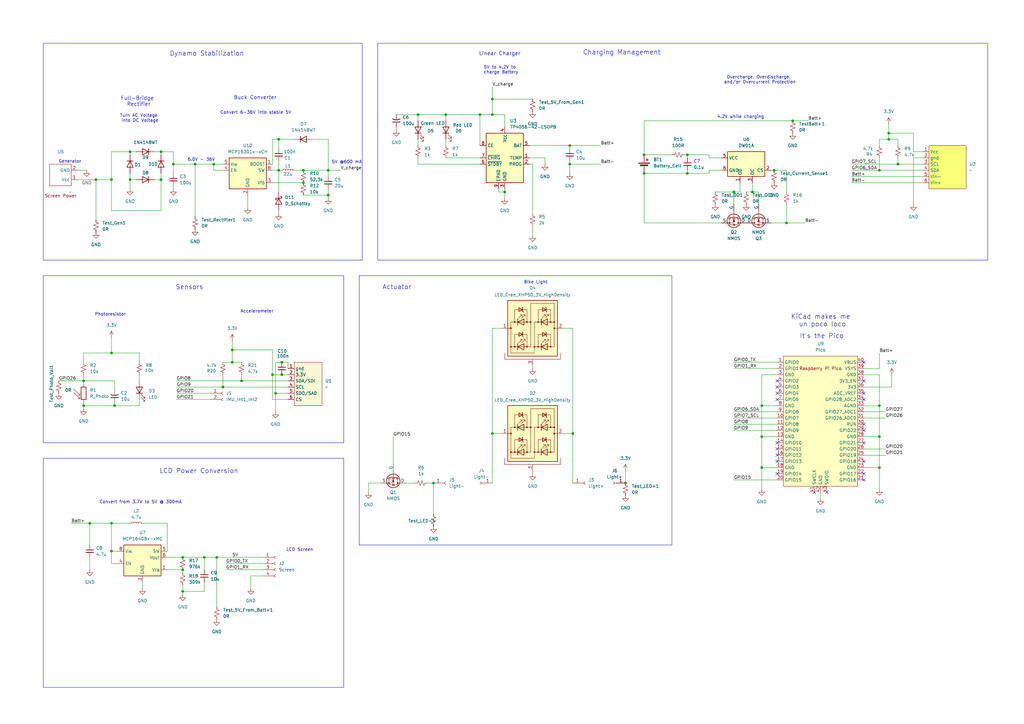
<source format=kicad_sch>
(kicad_sch (version 20250114) (generator "eeschema") (generator_version "9.0")
  (paper "A3")
  (title_block (title "UPDATED SCHEMATIC") (date "11/7/25") (rev "4") (company "LightCycle") (comment 1 "WE REALLY REALLY LIKE TO FARM"))
  (lib_symbols
    (symbol "Battery_Management:DW01A"
      (property "Reference" "U" (at -6.604 6.35 0))
      (property "Value" "DW01A" (at 4.318 6.604 0))
      (symbol "DW01A_0_1"
        (pin power_in line (at -10.16 2.54 0) (length 2.54) (name "VCC") (number "5"))
        (pin power_in line (at -10.16 -2.54 0) (length 2.54) (name "GND") (number "6"))
        (pin output line (at -2.54 -7.62 90) (length 2.54) (name "OD") (number "1"))
        (pin output line (at 2.54 -7.62 90) (length 2.54) (name "OC") (number "3"))
        (pin input line (at 10.16 -2.54 180) (length 2.54) (name "CS") (number "2"))
      )
      (symbol "DW01A_1_1"
        (pin no_connect line (at 10.16 2.54 180) (length 2.54) (hide yes) (name "TD") (number "4"))
      )
    )
    (symbol "Battery_Management:TP4056-42-ESOP8"
      (property "Reference" "U" (at -6.604 11.684 0))
      (property "Value" "TP4056-42-ESOP8" (at 10.16 11.684 0))
      (symbol "TP4056-42-ESOP8_1_0"
        (pin input line (at -10.16 5.08 0) (length 2.54) (name "CE") (number "8"))
        (pin open_collector line (at -10.16 0 0) (length 2.54) (name "~{CHRG}") (number "7"))
        (pin open_collector line (at -10.16 -2.54 0) (length 2.54) (name "~{STDBY}") (number "6"))
        (pin passive line (at -2.54 -12.7 90) (length 2.54) (name "EPAD") (number "9"))
        (pin power_in line (at 0 12.7 270) (length 2.54) (name "V_{CC}") (number "4"))
        (pin power_in line (at 0 -12.7 90) (length 2.54) (name "GND") (number "3"))
        (pin power_out line (at 10.16 5.08 180) (length 2.54) (name "BAT") (number "5"))
        (pin input line (at 10.16 0 180) (length 2.54) (name "TEMP") (number "1"))
        (pin passive line (at 10.16 -2.54 180) (length 2.54) (name "PROG") (number "2"))
      )
    )
    (symbol "Connector:Conn_01x01_Socket" (pin_names (offset 1.016) (hide yes))
      (property "Reference" "J" (at 0 2.54 0))
      (property "Value" "Conn_01x01_Socket" (at 0 -2.54 0))
      (symbol "Conn_01x01_Socket_1_1"
        (pin passive line (at -5.08 0 0) (length 3.81) (name "Pin_1") (number "1"))
      )
    )
    (symbol "Connector:Conn_01x02_Socket" (pin_names (offset 1.016) (hide yes))
      (property "Reference" "J" (at 0 2.54 0))
      (property "Value" "Conn_01x02_Socket" (at 0 -5.08 0))
      (symbol "Conn_01x02_Socket_1_1"
        (pin passive line (at -5.08 0 0) (length 3.81) (name "Pin_1") (number "1"))
        (pin passive line (at -5.08 -2.54 0) (length 3.81) (name "Pin_2") (number "2"))
      )
    )
    (symbol "Connector:Conn_01x04_Socket" (pin_names (offset 1.016) (hide yes))
      (property "Reference" "J" (at 0 5.08 0))
      (property "Value" "Conn_01x04_Socket" (at 0 -7.62 0))
      (symbol "Conn_01x04_Socket_1_1"
        (pin passive line (at -5.08 2.54 0) (length 3.81) (name "Pin_1") (number "1"))
        (pin passive line (at -5.08 0 0) (length 3.81) (name "Pin_2") (number "2"))
        (pin passive line (at -5.08 -2.54 0) (length 3.81) (name "Pin_3") (number "3"))
        (pin passive line (at -5.08 -5.08 0) (length 3.81) (name "Pin_4") (number "4"))
      )
    )
    (symbol "Device:Battery_Cell" (pin_numbers (hide yes)) (pin_names (offset 0) (hide yes))
      (property "Reference" "BT" (at 11.43 -3.81 0))
      (property "Value" "Battery_Cell" (at 11.43 -6.35 0))
      (symbol "Battery_Cell_1_1"
        (pin passive line (at 8.89 -1.27 270) (length 2.54) (name "+") (number "1"))
        (pin passive line (at 8.89 -8.89 90) (length 2.54) (name "-") (number "2"))
      )
    )
    (symbol "Device:C_Small" (pin_numbers (hide yes)) (pin_names (offset 0.254) (hide yes))
      (property "Reference" "C" (at 0.254 1.778 0))
      (property "Value" "C_Small" (at 0.254 -2.032 0))
      (symbol "C_Small_1_1"
        (pin passive line (at 0 2.54 270) (length 2.032) (name "~") (number "1"))
        (pin passive line (at 0 -2.54 90) (length 2.032) (name "~") (number "2"))
      )
    )
    (symbol "Device:C_Small_US" (pin_numbers (hide yes)) (pin_names (offset 0.254) (hide yes))
      (property "Reference" "C" (at 0.254 1.778 0))
      (property "Value" "C_Small_US" (at 0.254 -2.032 0))
      (symbol "C_Small_US_1_1"
        (pin passive line (at 0 2.54 270) (length 2.032) (name "~") (number "1"))
        (pin passive line (at 0 -2.54 90) (length 2.032) (name "~") (number "2"))
      )
    )
    (symbol "Device:D_Schottky" (pin_numbers (hide yes)) (pin_names (offset 1.016) (hide yes))
      (property "Reference" "D" (at 0 2.54 0))
      (property "Value" "D_Schottky" (at 0 -2.54 0))
      (symbol "D_Schottky_1_1"
        (pin passive line (at -3.81 0 0) (length 2.54) (name "K") (number "1"))
        (pin passive line (at 3.81 0 180) (length 2.54) (name "A") (number "2"))
      )
    )
    (symbol "Device:LED" (pin_numbers (hide yes)) (pin_names (offset 1.016) (hide yes))
      (property "Reference" "D" (at 0 2.54 0))
      (property "Value" "LED" (at 0 -2.54 0))
      (symbol "LED_1_1"
        (pin passive line (at -3.81 0 0) (length 2.54) (name "K") (number "1"))
        (pin passive line (at 3.81 0 180) (length 2.54) (name "A") (number "2"))
      )
    )
    (symbol "Device:L_Small" (pin_numbers (hide yes)) (pin_names (offset 0.254) (hide yes))
      (property "Reference" "L" (at 0.762 1.016 0))
      (property "Value" "L_Small" (at 0.762 -1.016 0))
      (symbol "L_Small_1_1"
        (pin passive line (at 0 2.54 270) (length 0.508) (name "~") (number "1"))
        (pin passive line (at 0 -2.54 90) (length 0.508) (name "~") (number "2"))
      )
    )
    (symbol "Device:R_Photo" (pin_numbers (hide yes)) (pin_names (offset 0))
      (property "Reference" "R" (at 1.27 1.27 0))
      (property "Value" "R_Photo" (at 1.27 0 0))
      (symbol "R_Photo_1_1"
        (pin passive line (at 0 3.81 270) (length 1.27) (name "~") (number "1"))
        (pin passive line (at 0 -3.81 90) (length 1.27) (name "~") (number "2"))
      )
    )
    (symbol "Device:R_Small_US" (pin_numbers (hide yes)) (pin_names (offset 0.254) (hide yes))
      (property "Reference" "R" (at 0.762 0.508 0))
      (property "Value" "R_Small_US" (at 0.762 -1.016 0))
      (symbol "R_Small_US_1_1"
        (pin passive line (at 0 2.54 270) (length 1.016) (name "~") (number "1"))
        (pin passive line (at 0 -2.54 90) (length 1.016) (name "~") (number "2"))
      )
    )
    (symbol "Diode:1N4148WT" (pin_numbers (hide yes)) (pin_names (hide yes))
      (property "Reference" "D" (at 0 2.54 0))
      (property "Value" "1N4148WT" (at 0 -2.54 0))
      (symbol "1N4148WT_1_1"
        (pin passive line (at -3.81 0 0) (length 2.54) (name "K") (number "1"))
        (pin passive line (at 3.81 0 180) (length 2.54) (name "A") (number "2"))
      )
    )
    (symbol "Elijahs_symbols:Cheap_Yellow_Display"
      (property "Reference" "U" (at 4.572 -0.762 0))
      (symbol "Cheap_Yellow_Display_1_1"
        (text "Screen Power" (at 4.318 1.524 0) (effects (font (size 1.27 1.27))))
        (pin power_in line (at -2.54 -5.08 0) (length 2.54) (name "Vcc") (number "1"))
        (pin power_in line (at -2.54 -8.89 0) (length 2.54) (name "GND") (number "2"))
      )
    )
    (symbol "Elijahs_symbols:I2C_4"
      (property "Reference" "U" (at 8.636 -0.254 0))
      (symbol "I2C_4_1_1"
        (pin power_in line (at 0 -3.81 0) (length 2.54) (name "gnd") (number "1"))
        (pin power_in line (at 0 -6.35 0) (length 2.54) (name "3.3V") (number "2"))
        (pin input line (at 0 -8.89 0) (length 2.54) (name "SDA/SDI") (number "3"))
        (pin input line (at 0 -11.43 0) (length 2.54) (name "SCL") (number "4"))
        (pin output line (at 0 -13.97 0) (length 2.54) (name "SDO/SA0") (number "5"))
        (pin input line (at 0 -16.51 0) (length 2.54) (name "CS") (number "6"))
      )
    )
    (symbol "Elijahs_symbols:INA219"
      (property "Reference" "U" (at 0 0 0))
      (symbol "INA219_1_1"
        (pin power_in line (at -2.54 -5.08 0) (length 2.54) (name "Vcc") (number "1"))
        (pin power_in line (at -2.54 -7.62 0) (length 2.54) (name "gnd") (number "2"))
        (pin input line (at -2.54 -10.16 0) (length 2.54) (name "SCL") (number "3"))
        (pin output line (at -2.54 -12.7 0) (length 2.54) (name "SDA") (number "4"))
        (pin input line (at -2.54 -15.24 0) (length 2.54) (name "Vin-") (number "5"))
        (pin power_in line (at -2.54 -17.78 0) (length 2.54) (name "Vin+") (number "6"))
      )
    )
    (symbol "LED:LED_Cree_XHP50_3V_HighDensity" (pin_names (offset 1.016) (hide yes))
      (property "Reference" "D" (at 0 15.24 0))
      (property "Value" "LED_Cree_XHP50_3V_HighDensity" (at -1.27 12.7 0))
      (symbol "LED_Cree_XHP50_3V_HighDensity_1_1"
        (pin passive line (at -12.7 0 0) (length 2.54) (name "K") (number "1"))
        (pin passive line (at 0 -15.24 90) (length 2.54) (name "PAD") (number "3"))
        (pin passive line (at 12.7 0 180) (length 2.54) (name "A") (number "2"))
      )
    )
    (symbol "MCU_RaspberryPi_and_Boards:Pico"
      (property "Reference" "U" (at -13.97 27.94 0))
      (property "Value" "Pico" (at 0 19.05 0))
      (symbol "Pico_0_0"
        (text "Raspberry Pi Pico" (at 0 21.59 0) (effects (font (size 1.27 1.27))))
      )
      (symbol "Pico_1_1"
        (pin bidirectional line (at -17.78 24.13 0) (length 2.54) (name "GPIO0") (number "1"))
        (pin bidirectional line (at -17.78 21.59 0) (length 2.54) (name "GPIO1") (number "2"))
        (pin power_in line (at -17.78 19.05 0) (length 2.54) (name "GND") (number "3"))
        (pin bidirectional line (at -17.78 16.51 0) (length 2.54) (name "GPIO2") (number "4"))
        (pin bidirectional line (at -17.78 13.97 0) (length 2.54) (name "GPIO3") (number "5"))
        (pin bidirectional line (at -17.78 11.43 0) (length 2.54) (name "GPIO4") (number "6"))
        (pin bidirectional line (at -17.78 8.89 0) (length 2.54) (name "GPIO5") (number "7"))
        (pin power_in line (at -17.78 6.35 0) (length 2.54) (name "GND") (number "8"))
        (pin bidirectional line (at -17.78 3.81 0) (length 2.54) (name "GPIO6") (number "9"))
        (pin bidirectional line (at -17.78 1.27 0) (length 2.54) (name "GPIO7") (number "10"))
        (pin bidirectional line (at -17.78 -1.27 0) (length 2.54) (name "GPIO8") (number "11"))
        (pin bidirectional line (at -17.78 -3.81 0) (length 2.54) (name "GPIO9") (number "12"))
        (pin power_in line (at -17.78 -6.35 0) (length 2.54) (name "GND") (number "13"))
        (pin bidirectional line (at -17.78 -8.89 0) (length 2.54) (name "GPIO10") (number "14"))
        (pin bidirectional line (at -17.78 -11.43 0) (length 2.54) (name "GPIO11") (number "15"))
        (pin bidirectional line (at -17.78 -13.97 0) (length 2.54) (name "GPIO12") (number "16"))
        (pin bidirectional line (at -17.78 -16.51 0) (length 2.54) (name "GPIO13") (number "17"))
        (pin power_in line (at -17.78 -19.05 0) (length 2.54) (name "GND") (number "18"))
        (pin bidirectional line (at -17.78 -21.59 0) (length 2.54) (name "GPIO14") (number "19"))
        (pin bidirectional line (at -17.78 -24.13 0) (length 2.54) (name "GPIO15") (number "20"))
        (pin input line (at -2.54 -29.21 90) (length 2.54) (name "SWCLK") (number "41"))
        (pin power_in line (at 0 -29.21 90) (length 2.54) (name "GND") (number "42"))
        (pin bidirectional line (at 2.54 -29.21 90) (length 2.54) (name "SWDIO") (number "43"))
        (pin power_in line (at 17.78 24.13 180) (length 2.54) (name "VBUS") (number "40"))
        (pin power_in line (at 17.78 21.59 180) (length 2.54) (name "VSYS") (number "39"))
        (pin bidirectional line (at 17.78 19.05 180) (length 2.54) (name "GND") (number "38"))
        (pin input line (at 17.78 16.51 180) (length 2.54) (name "3V3_EN") (number "37"))
        (pin power_in line (at 17.78 13.97 180) (length 2.54) (name "3V3") (number "36"))
        (pin power_in line (at 17.78 11.43 180) (length 2.54) (name "ADC_VREF") (number "35"))
        (pin bidirectional line (at 17.78 8.89 180) (length 2.54) (name "GPIO28_ADC2") (number "34"))
        (pin power_in line (at 17.78 6.35 180) (length 2.54) (name "AGND") (number "33"))
        (pin bidirectional line (at 17.78 3.81 180) (length 2.54) (name "GPIO27_ADC1") (number "32"))
        (pin bidirectional line (at 17.78 1.27 180) (length 2.54) (name "GPIO26_ADC0") (number "31"))
        (pin input line (at 17.78 -1.27 180) (length 2.54) (name "RUN") (number "30"))
        (pin bidirectional line (at 17.78 -3.81 180) (length 2.54) (name "GPIO22") (number "29"))
        (pin power_in line (at 17.78 -6.35 180) (length 2.54) (name "GND") (number "28"))
        (pin bidirectional line (at 17.78 -8.89 180) (length 2.54) (name "GPIO21") (number "27"))
        (pin bidirectional line (at 17.78 -11.43 180) (length 2.54) (name "GPIO20") (number "26"))
        (pin bidirectional line (at 17.78 -13.97 180) (length 2.54) (name "GPIO19") (number "25"))
        (pin bidirectional line (at 17.78 -16.51 180) (length 2.54) (name "GPIO18") (number "24"))
        (pin power_in line (at 17.78 -19.05 180) (length 2.54) (name "GND") (number "23"))
        (pin bidirectional line (at 17.78 -21.59 180) (length 2.54) (name "GPIO17") (number "22"))
        (pin bidirectional line (at 17.78 -24.13 180) (length 2.54) (name "GPIO16") (number "21"))
      )
    )
    (symbol "Regulator_Switching:MCP16301x-xCH"
      (property "Reference" "U" (at -7.62 6.35 0))
      (property "Value" "MCP16301x-xCH" (at 0 6.35 0))
      (symbol "MCP16301x-xCH_1_1"
        (pin power_in line (at -10.16 2.54 0) (length 2.54) (name "V_{IN}") (number "5"))
        (pin input line (at -10.16 0 0) (length 2.54) (name "EN") (number "4"))
        (pin power_in line (at 0 -10.16 90) (length 2.54) (name "GND") (number "2"))
        (pin output line (at 10.16 2.54 180) (length 2.54) (name "BOOST") (number "1"))
        (pin output line (at 10.16 0 180) (length 2.54) (name "SW") (number "6"))
        (pin input line (at 10.16 -5.08 180) (length 2.54) (name "Vfb") (number "3"))
      )
    )
    (symbol "Regulator_Switching:MCP1640Bx-xMC"
      (property "Reference" "U" (at -7.62 8.89 0))
      (property "Value" "MCP1640Bx-xMC" (at 0 8.89 0))
      (symbol "MCP1640Bx-xMC_1_1"
        (pin power_in line (at -10.16 5.08 0) (length 2.54) (name "V_{IN}") (number "8"))
        (pin input line (at -10.16 0 0) (length 2.54) (name "EN") (number "4"))
        (pin power_in line (at 0 -7.62 90) (length 2.54) (name "GND") (number "2"))
        (pin passive line (at 0 -7.62 90) (length 2.54) (hide yes) (name "GND") (number "3"))
        (pin passive line (at 0 -7.62 90) (length 2.54) (hide yes) (name "GND") (number "9"))
        (pin input line (at 10.16 5.08 180) (length 2.54) (name "SW") (number "5"))
        (pin power_out line (at 10.16 2.54 180) (length 2.54) (name "V_{OUT}") (number "6"))
        (pin passive line (at 10.16 2.54 180) (length 2.54) (hide yes) (name "V_{OUT}") (number "7"))
        (pin input line (at 10.16 -2.54 180) (length 2.54) (name "V_{FB}") (number "1"))
      )
    )
    (symbol "Simulation_SPICE:NMOS" (pin_numbers (hide yes)) (pin_names (offset 0))
      (property "Reference" "Q" (at 5.08 1.27 0))
      (property "Value" "NMOS" (at 5.08 -1.27 0))
      (symbol "NMOS_1_1"
        (pin input line (at -5.08 0 0) (length 2.54) (name "G") (number "2"))
        (pin passive line (at 2.54 5.08 270) (length 2.54) (name "D") (number "1"))
        (pin passive line (at 2.54 -5.08 90) (length 2.54) (name "S") (number "3"))
      )
    )
    (symbol "power:GND" (power) (pin_numbers (hide yes)) (pin_names (offset 0) (hide yes))
      (property "Value" "GND" (at 0 -3.81 0))
      (symbol "GND_1_1"
        (pin power_in line (at 0 0 270) (length 0) (name "~") (number "1"))
      )
    )
    (symbol "power:VCC" (power) (pin_numbers (hide yes)) (pin_names (offset 0) (hide yes))
      (property "Value" "VCC" (at 0 3.556 0))
      (symbol "VCC_1_1"
        (pin power_in line (at 0 0 90) (length 0) (name "~") (number "1"))
      )
    )
  )
  (rectangle (start 17.78 113.03) (end 140.97 181.61))
  (rectangle (start 17.78 187.96) (end 140.97 281.94))
  (rectangle (start 154.94 17.78) (end 405.13 106.68))
  (rectangle (start 147.32 113.03) (end 275.59 223.52))
  (rectangle (start 17.78 17.78) (end 148.59 106.68))
  (text "Dynamo Stabilization" (at 84.836 22.098 0) (effects (font (size 1.905 1.905))))
  (text "Buck Converter" (at 104.648 40.132 0) (effects (font (size 1.524 1.524))))
  (text "Convert from 3.7V to 5V @ 300mA" (at 57.658 205.994 0) (effects (font (size 1.27 1.27))))
  (text "Overcharge, Overdischarge, \nand/or Overcurrent Protection" (at 311.658 32.766 0) (effects (font (size 1.27 1.27))))
  (text "Actuator" (at 162.814 117.856 0) (effects (font (size 1.905 1.905))))
  (text "KiCad makes me \nun poco loco" (at 337.312 131.572 0) (effects (font (size 1.905 1.905))))
  (text "Full-Bridge \nRectifier" (at 56.896 41.656 0) (effects (font (size 1.524 1.524))))
  (text "It's the Pico" (at 337.058 137.922 0) (effects (font (size 1.905 1.905))))
  (text "6.0V - 36V" (at 82.55 65.532 0) (effects (font (size 1.27 1.27))))
  (text "Accelerometer" (at 105.41 127.762 0) (effects (font (size 1.27 1.27))))
  (text "LCD Power Conversion" (at 81.534 193.294 0) (effects (font (size 1.905 1.905))))
  (text "Convert 6-36V into stable 5V" (at 104.902 46.228 0) (effects (font (size 1.27 1.27))))
  (text "Linear Charger" (at 204.978 22.098 0) (effects (font (size 1.524 1.524))))
  (text "LCD Screen" (at 122.936 225.552 0) (effects (font (size 1.27 1.27))))
  (text "Sensors" (at 77.724 117.856 0) (effects (font (size 1.905 1.905))))
  (text "5V @600 mA" (at 142.24 66.548 0) (effects (font (size 1.27 1.27))))
  (text "Turn AC Voltage \ninto DC Voltage" (at 57.404 48.514 0) (effects (font (size 1.27 1.27))))
  (text "Photoresistor" (at 45.212 129.032 0) (effects (font (size 1.27 1.27))))
  (text "Generator" (at 28.702 66.294 0) (effects (font (size 1.27 1.27))))
  (text "5V to 4.2V to \ncharge Battery\n" (at 205.486 28.702 0) (effects (font (size 1.27 1.27))))
  (text "Charging Management" (at 255.016 21.59 0) (effects (font (size 1.905 1.905))))
  (text "Bike Light" (at 219.71 115.824 0) (effects (font (size 1.27 1.27))))
  (text "4.2V while charging" (at 303.784 48.006 0) (effects (font (size 1.27 1.27))))
  (junction (at 45.72 226.06))
  (junction (at 46.99 166.37))
  (junction (at 114.3 69.85))
  (junction (at 312.42 179.07))
  (junction (at 95.25 143.51))
  (junction (at 308.61 78.74))
  (junction (at 360.68 191.77))
  (junction (at 45.72 214.63))
  (junction (at 201.93 40.64))
  (junction (at 83.82 228.6))
  (junction (at 91.44 158.75))
  (junction (at 45.72 144.78))
  (junction (at 264.16 63.5))
  (junction (at 53.34 73.66))
  (junction (at 115.57 153.67))
  (junction (at 360.68 166.37))
  (junction (at 233.68 59.69))
  (junction (at 233.68 67.31))
  (junction (at 368.3 67.31))
  (junction (at 111.76 153.67))
  (junction (at 196.85 46.99))
  (junction (at 281.94 71.12))
  (junction (at 87.63 67.31))
  (junction (at 312.42 191.77))
  (junction (at 115.57 148.59))
  (junction (at 134.62 80.01))
  (junction (at 95.25 148.59))
  (junction (at 114.3 57.15))
  (junction (at 364.49 57.15))
  (junction (at 124.46 69.85))
  (junction (at 234.95 177.8))
  (junction (at 36.83 214.63))
  (junction (at 34.29 156.21))
  (junction (at 88.9 228.6))
  (junction (at 281.94 63.5))
  (junction (at 34.29 166.37))
  (junction (at 134.62 69.85))
  (junction (at 80.01 67.31))
  (junction (at 364.49 54.61))
  (junction (at 300.99 78.74))
  (junction (at 201.93 177.8))
  (junction (at 45.72 73.66))
  (junction (at 66.04 73.66))
  (junction (at 201.93 46.99))
  (junction (at 113.03 161.29))
  (junction (at 74.93 242.57))
  (junction (at 312.42 166.37))
  (junction (at 256.54 198.12))
  (junction (at 71.12 67.31))
  (junction (at 171.45 46.99))
  (junction (at 99.06 156.21))
  (junction (at 360.68 179.07))
  (junction (at 124.46 74.93))
  (junction (at 53.34 62.23))
  (junction (at 177.8 198.12))
  (junction (at 182.88 46.99))
  (junction (at 322.58 91.44))
  (junction (at 74.93 233.68))
  (junction (at 264.16 71.12))
  (junction (at 74.93 228.6))
  (junction (at 360.68 69.85))
  (junction (at 317.5 69.85))
  (junction (at 39.37 73.66))
  (junction (at 325.12 49.53))
  (junction (at 207.01 78.74))
  (junction (at 66.04 62.23))
  (no_connect (at 318.77 181.61))
  (no_connect (at 354.33 194.31))
  (no_connect (at 354.33 161.29))
  (no_connect (at 318.77 163.83))
  (no_connect (at 339.09 201.93))
  (no_connect (at 354.33 181.61))
  (no_connect (at 318.77 184.15))
  (no_connect (at 318.77 186.69))
  (no_connect (at 354.33 196.85))
  (no_connect (at 334.01 201.93))
  (no_connect (at 354.33 148.59))
  (no_connect (at 354.33 176.53))
  (no_connect (at 354.33 156.21))
  (no_connect (at 318.77 161.29))
  (no_connect (at 318.77 189.23))
  (no_connect (at 354.33 189.23))
  (no_connect (at 354.33 173.99))
  (no_connect (at 354.33 163.83))
  (no_connect (at 318.77 156.21))
  (no_connect (at 318.77 158.75))
  (no_connect (at 318.77 194.31))
  (wire (pts (xy 114.3 69.85) (xy 115.57 69.85)))
  (wire (pts (xy 72.39 161.29) (xy 86.36 161.29)))
  (wire (pts (xy 53.34 63.5) (xy 53.34 62.23)))
  (wire (pts (xy 114.3 57.15) (xy 114.3 60.96)))
  (wire (pts (xy 66.04 71.12) (xy 66.04 73.66)))
  (wire (pts (xy 128.27 57.15) (xy 134.62 57.15)))
  (wire (pts (xy 368.3 67.31) (xy 378.46 67.31)))
  (wire (pts (xy 300.99 171.45) (xy 318.77 171.45)))
  (wire (pts (xy 354.33 186.69) (xy 363.22 186.69)))
  (wire (pts (xy 99.06 153.67) (xy 99.06 156.21)))
  (wire (pts (xy 95.25 143.51) (xy 95.25 148.59)))
  (wire (pts (xy 293.37 78.74) (xy 300.99 78.74)))
  (wire (pts (xy 318.77 191.77) (xy 312.42 191.77)))
  (wire (pts (xy 312.42 191.77) (xy 312.42 200.66)))
  (wire (pts (xy 34.29 166.37) (xy 34.29 167.64)))
  (wire (pts (xy 45.72 214.63) (xy 45.72 226.06)))
  (wire (pts (xy 233.68 67.31) (xy 233.68 71.12)))
  (wire (pts (xy 281.94 63.5) (xy 281.94 64.77)))
  (wire (pts (xy 349.25 74.93) (xy 378.46 74.93)))
  (wire (pts (xy 280.67 63.5) (xy 281.94 63.5)))
  (wire (pts (xy 161.29 179.07) (xy 161.29 190.5)))
  (wire (pts (xy 71.12 67.31) (xy 71.12 71.12)))
  (wire (pts (xy 201.93 134.62) (xy 201.93 177.8)))
  (wire (pts (xy 290.83 71.12) (xy 290.83 69.85)))
  (wire (pts (xy 45.72 62.23) (xy 45.72 73.66)))
  (wire (pts (xy 36.83 214.63) (xy 45.72 214.63)))
  (wire (pts (xy 360.68 191.77) (xy 354.33 191.77)))
  (wire (pts (xy 290.83 63.5) (xy 281.94 63.5)))
  (wire (pts (xy 36.83 214.63) (xy 36.83 223.52)))
  (wire (pts (xy 201.93 46.99) (xy 207.01 46.99)))
  (wire (pts (xy 312.42 166.37) (xy 312.42 179.07)))
  (wire (pts (xy 114.3 66.04) (xy 114.3 69.85)))
  (wire (pts (xy 175.26 198.12) (xy 177.8 198.12)))
  (wire (pts (xy 45.72 226.06) (xy 48.26 226.06)))
  (wire (pts (xy 201.93 40.64) (xy 218.44 40.64)))
  (wire (pts (xy 95.25 139.7) (xy 95.25 143.51)))
  (wire (pts (xy 205.74 177.8) (xy 201.93 177.8)))
  (wire (pts (xy 115.57 153.67) (xy 118.11 153.67)))
  (wire (pts (xy 39.37 90.17) (xy 39.37 73.66)))
  (wire (pts (xy 46.99 160.02) (xy 46.99 156.21)))
  (wire (pts (xy 57.15 163.83) (xy 57.15 166.37)))
  (wire (pts (xy 360.68 144.78) (xy 360.68 151.13)))
  (wire (pts (xy 290.83 64.77) (xy 295.91 64.77)))
  (wire (pts (xy 53.34 73.66) (xy 53.34 71.12)))
  (wire (pts (xy 264.16 91.44) (xy 264.16 71.12)))
  (wire (pts (xy 66.04 63.5) (xy 66.04 62.23)))
  (wire (pts (xy 256.54 193.04) (xy 256.54 198.12)))
  (wire (pts (xy 111.76 153.67) (xy 111.76 163.83)))
  (wire (pts (xy 217.17 64.77) (xy 223.52 64.77)))
  (wire (pts (xy 55.88 62.23) (xy 53.34 62.23)))
  (wire (pts (xy 300.99 168.91) (xy 318.77 168.91)))
  (wire (pts (xy 360.68 69.85) (xy 378.46 69.85)))
  (wire (pts (xy 312.42 179.07) (xy 312.42 191.77)))
  (wire (pts (xy 91.44 153.67) (xy 91.44 158.75)))
  (wire (pts (xy 74.93 242.57) (xy 83.82 242.57)))
  (wire (pts (xy 91.44 158.75) (xy 118.11 158.75)))
  (wire (pts (xy 300.99 83.82) (xy 300.99 78.74)))
  (wire (pts (xy 336.55 201.93) (xy 336.55 204.47)))
  (wire (pts (xy 182.88 46.99) (xy 196.85 46.99)))
  (wire (pts (xy 87.63 67.31) (xy 87.63 69.85)))
  (wire (pts (xy 29.21 214.63) (xy 36.83 214.63)))
  (wire (pts (xy 39.37 73.66) (xy 45.72 73.66)))
  (wire (pts (xy 322.58 91.44) (xy 330.2 91.44)))
  (wire (pts (xy 233.68 59.69) (xy 246.38 59.69)))
  (wire (pts (xy 360.68 179.07) (xy 360.68 191.77)))
  (wire (pts (xy 53.34 62.23) (xy 45.72 62.23)))
  (wire (pts (xy 74.93 242.57) (xy 74.93 243.84)))
  (wire (pts (xy 349.25 69.85) (xy 360.68 69.85)))
  (wire (pts (xy 58.42 238.76) (xy 58.42 241.3)))
  (wire (pts (xy 218.44 87.63) (xy 218.44 67.31)))
  (wire (pts (xy 34.29 144.78) (xy 45.72 144.78)))
  (wire (pts (xy 120.65 69.85) (xy 124.46 69.85)))
  (wire (pts (xy 114.3 57.15) (xy 120.65 57.15)))
  (wire (pts (xy 99.06 156.21) (xy 118.11 156.21)))
  (wire (pts (xy 360.68 64.77) (xy 360.68 69.85)))
  (wire (pts (xy 303.53 78.74) (xy 303.53 74.93)))
  (wire (pts (xy 290.83 63.5) (xy 290.83 64.77)))
  (wire (pts (xy 166.37 198.12) (xy 170.18 198.12)))
  (wire (pts (xy 88.9 228.6) (xy 107.95 228.6)))
  (wire (pts (xy 374.65 64.77) (xy 378.46 64.77)))
  (wire (pts (xy 87.63 67.31) (xy 91.44 67.31)))
  (wire (pts (xy 360.68 166.37) (xy 360.68 179.07)))
  (wire (pts (xy 66.04 62.23) (xy 71.12 62.23)))
  (wire (pts (xy 68.58 214.63) (xy 68.58 226.06)))
  (wire (pts (xy 311.15 78.74) (xy 311.15 83.82)))
  (wire (pts (xy 233.68 67.31) (xy 246.38 67.31)))
  (wire (pts (xy 36.83 228.6) (xy 36.83 233.68)))
  (wire (pts (xy 264.16 71.12) (xy 281.94 71.12)))
  (wire (pts (xy 171.45 64.77) (xy 171.45 67.31)))
  (wire (pts (xy 46.99 166.37) (xy 34.29 166.37)))
  (wire (pts (xy 312.42 179.07) (xy 318.77 179.07)))
  (wire (pts (xy 306.07 78.74) (xy 308.61 78.74)))
  (wire (pts (xy 83.82 228.6) (xy 88.9 228.6)))
  (wire (pts (xy 281.94 71.12) (xy 281.94 69.85)))
  (wire (pts (xy 57.15 144.78) (xy 57.15 148.59)))
  (wire (pts (xy 134.62 77.47) (xy 134.62 80.01)))
  (wire (pts (xy 316.23 69.85) (xy 317.5 69.85)))
  (wire (pts (xy 290.83 69.85) (xy 295.91 69.85)))
  (wire (pts (xy 316.23 91.44) (xy 322.58 91.44)))
  (wire (pts (xy 354.33 158.75) (xy 365.76 158.75)))
  (wire (pts (xy 53.34 73.66) (xy 53.34 77.47)))
  (wire (pts (xy 223.52 64.77) (xy 223.52 67.31)))
  (wire (pts (xy 204.47 77.47) (xy 204.47 78.74)))
  (wire (pts (xy 95.25 143.51) (xy 111.76 143.51)))
  (wire (pts (xy 45.72 231.14) (xy 48.26 231.14)))
  (wire (pts (xy 300.99 151.13) (xy 318.77 151.13)))
  (wire (pts (xy 354.33 166.37) (xy 360.68 166.37)))
  (wire (pts (xy 364.49 50.8) (xy 364.49 54.61)))
  (wire (pts (xy 74.93 228.6) (xy 83.82 228.6)))
  (wire (pts (xy 218.44 92.71) (xy 218.44 96.52)))
  (wire (pts (xy 91.44 69.85) (xy 87.63 69.85)))
  (wire (pts (xy 151.13 198.12) (xy 156.21 198.12)))
  (wire (pts (xy 92.71 233.68) (xy 107.95 233.68)))
  (wire (pts (xy 177.8 198.12) (xy 177.8 210.82)))
  (wire (pts (xy 275.59 63.5) (xy 264.16 63.5)))
  (wire (pts (xy 318.77 153.67) (xy 312.42 153.67)))
  (wire (pts (xy 231.14 177.8) (xy 234.95 177.8)))
  (wire (pts (xy 113.03 148.59) (xy 115.57 148.59)))
  (wire (pts (xy 115.57 148.59) (xy 118.11 148.59)))
  (wire (pts (xy 295.91 91.44) (xy 264.16 91.44)))
  (wire (pts (xy 63.5 73.66) (xy 66.04 73.66)))
  (wire (pts (xy 45.72 86.36) (xy 66.04 86.36)))
  (wire (pts (xy 80.01 88.9) (xy 80.01 67.31)))
  (wire (pts (xy 72.39 156.21) (xy 99.06 156.21)))
  (wire (pts (xy 196.85 46.99) (xy 196.85 59.69)))
  (wire (pts (xy 360.68 151.13) (xy 354.33 151.13)))
  (wire (pts (xy 312.42 166.37) (xy 318.77 166.37)))
  (wire (pts (xy 80.01 67.31) (xy 87.63 67.31)))
  (wire (pts (xy 233.68 59.69) (xy 233.68 60.96)))
  (wire (pts (xy 234.95 134.62) (xy 234.95 177.8)))
  (wire (pts (xy 218.44 193.04) (xy 218.44 194.31)))
  (wire (pts (xy 46.99 166.37) (xy 57.15 166.37)))
  (wire (pts (xy 134.62 57.15) (xy 134.62 69.85)))
  (wire (pts (xy 364.49 54.61) (xy 374.65 54.61)))
  (wire (pts (xy 72.39 158.75) (xy 91.44 158.75)))
  (wire (pts (xy 234.95 134.62) (xy 231.14 134.62)))
  (wire (pts (xy 34.29 153.67) (xy 34.29 156.21)))
  (wire (pts (xy 31.75 69.85) (xy 35.56 69.85)))
  (wire (pts (xy 360.68 153.67) (xy 360.68 166.37)))
  (wire (pts (xy 217.17 59.69) (xy 233.68 59.69)))
  (wire (pts (xy 45.72 231.14) (xy 45.72 226.06)))
  (wire (pts (xy 113.03 148.59) (xy 113.03 161.29)))
  (wire (pts (xy 201.93 35.56) (xy 201.93 40.64)))
  (wire (pts (xy 45.72 214.63) (xy 53.34 214.63)))
  (wire (pts (xy 201.93 134.62) (xy 205.74 134.62)))
  (wire (pts (xy 201.93 40.64) (xy 201.93 46.99)))
  (wire (pts (xy 171.45 67.31) (xy 196.85 67.31)))
  (wire (pts (xy 114.3 69.85) (xy 114.3 78.74)))
  (wire (pts (xy 151.13 198.12) (xy 151.13 201.93)))
  (wire (pts (xy 374.65 54.61) (xy 374.65 62.23)))
  (wire (pts (xy 317.5 69.85) (xy 322.58 69.85)))
  (wire (pts (xy 182.88 64.77) (xy 196.85 64.77)))
  (wire (pts (xy 365.76 158.75) (xy 365.76 153.67)))
  (wire (pts (xy 34.29 148.59) (xy 34.29 144.78)))
  (wire (pts (xy 124.46 69.85) (xy 134.62 69.85)))
  (wire (pts (xy 71.12 76.2) (xy 71.12 77.47)))
  (wire (pts (xy 171.45 57.15) (xy 171.45 59.69)))
  (wire (pts (xy 300.99 78.74) (xy 303.53 78.74)))
  (wire (pts (xy 162.56 46.99) (xy 171.45 46.99)))
  (wire (pts (xy 34.29 165.1) (xy 34.29 166.37)))
  (wire (pts (xy 349.25 67.31) (xy 368.3 67.31)))
  (wire (pts (xy 114.3 86.36) (xy 114.3 87.63)))
  (wire (pts (xy 360.68 57.15) (xy 364.49 57.15)))
  (wire (pts (xy 360.68 191.77) (xy 360.68 200.66)))
  (wire (pts (xy 134.62 80.01) (xy 134.62 81.28)))
  (wire (pts (xy 290.83 71.12) (xy 281.94 71.12)))
  (wire (pts (xy 72.39 163.83) (xy 86.36 163.83)))
  (wire (pts (xy 364.49 54.61) (xy 364.49 57.15)))
  (wire (pts (xy 63.5 62.23) (xy 66.04 62.23)))
  (wire (pts (xy 300.99 176.53) (xy 318.77 176.53)))
  (wire (pts (xy 374.65 83.82) (xy 374.65 64.77)))
  (wire (pts (xy 171.45 46.99) (xy 182.88 46.99)))
  (wire (pts (xy 322.58 78.74) (xy 322.58 69.85)))
  (wire (pts (xy 24.13 156.21) (xy 34.29 156.21)))
  (wire (pts (xy 88.9 228.6) (xy 88.9 248.92)))
  (wire (pts (xy 102.87 236.22) (xy 102.87 241.3)))
  (wire (pts (xy 83.82 233.68) (xy 83.82 228.6)))
  (wire (pts (xy 207.01 78.74) (xy 207.01 81.28)))
  (wire (pts (xy 300.99 173.99) (xy 318.77 173.99)))
  (wire (pts (xy 234.95 177.8) (xy 234.95 198.12)))
  (wire (pts (xy 34.29 156.21) (xy 34.29 157.48)))
  (wire (pts (xy 354.33 168.91) (xy 363.22 168.91)))
  (wire (pts (xy 300.99 196.85) (xy 318.77 196.85)))
  (wire (pts (xy 233.68 66.04) (xy 233.68 67.31)))
  (wire (pts (xy 74.93 234.95) (xy 74.93 233.68)))
  (wire (pts (xy 111.76 57.15) (xy 114.3 57.15)))
  (wire (pts (xy 45.72 73.66) (xy 45.72 86.36)))
  (wire (pts (xy 118.11 148.59) (xy 118.11 151.13)))
  (wire (pts (xy 46.99 165.1) (xy 46.99 166.37)))
  (wire (pts (xy 34.29 156.21) (xy 46.99 156.21)))
  (wire (pts (xy 58.42 214.63) (xy 68.58 214.63)))
  (wire (pts (xy 354.33 184.15) (xy 363.22 184.15)))
  (wire (pts (xy 300.99 148.59) (xy 318.77 148.59)))
  (wire (pts (xy 162.56 52.07) (xy 162.56 53.34)))
  (wire (pts (xy 111.76 74.93) (xy 124.46 74.93)))
  (wire (pts (xy 57.15 153.67) (xy 57.15 156.21)))
  (wire (pts (xy 322.58 91.44) (xy 322.58 83.82)))
  (wire (pts (xy 264.16 49.53) (xy 325.12 49.53)))
  (wire (pts (xy 102.87 236.22) (xy 107.95 236.22)))
  (wire (pts (xy 207.01 77.47) (xy 207.01 78.74)))
  (wire (pts (xy 312.42 153.67) (xy 312.42 166.37)))
  (wire (pts (xy 204.47 78.74) (xy 207.01 78.74)))
  (wire (pts (xy 66.04 73.66) (xy 66.04 86.36)))
  (wire (pts (xy 111.76 143.51) (xy 111.76 153.67)))
  (wire (pts (xy 31.75 73.66) (xy 39.37 73.66)))
  (wire (pts (xy 196.85 46.99) (xy 201.93 46.99)))
  (wire (pts (xy 111.76 153.67) (xy 115.57 153.67)))
  (wire (pts (xy 368.3 57.15) (xy 368.3 59.69)))
  (wire (pts (xy 74.93 240.03) (xy 74.93 242.57)))
  (wire (pts (xy 111.76 67.31) (xy 111.76 57.15)))
  (wire (pts (xy 182.88 57.15) (xy 182.88 59.69)))
  (wire (pts (xy 111.76 69.85) (xy 114.3 69.85)))
  (wire (pts (xy 113.03 161.29) (xy 113.03 168.91)))
  (wire (pts (xy 349.25 72.39) (xy 378.46 72.39)))
  (wire (pts (xy 182.88 46.99) (xy 182.88 49.53)))
  (wire (pts (xy 68.58 228.6) (xy 74.93 228.6)))
  (wire (pts (xy 354.33 153.67) (xy 360.68 153.67)))
  (wire (pts (xy 218.44 67.31) (xy 217.17 67.31)))
  (wire (pts (xy 95.25 148.59) (xy 99.06 148.59)))
  (wire (pts (xy 171.45 46.99) (xy 171.45 49.53)))
  (wire (pts (xy 71.12 62.23) (xy 71.12 67.31)))
  (wire (pts (xy 368.3 64.77) (xy 368.3 67.31)))
  (wire (pts (xy 308.61 74.93) (xy 308.61 78.74)))
  (wire (pts (xy 92.71 231.14) (xy 107.95 231.14)))
  (wire (pts (xy 134.62 69.85) (xy 134.62 72.39)))
  (wire (pts (xy 308.61 78.74) (xy 311.15 78.74)))
  (wire (pts (xy 134.62 69.85) (xy 139.7 69.85)))
  (wire (pts (xy 113.03 161.29) (xy 118.11 161.29)))
  (wire (pts (xy 325.12 49.53) (xy 331.47 49.53)))
  (wire (pts (xy 45.72 138.43) (xy 45.72 144.78)))
  (wire (pts (xy 201.93 177.8) (xy 201.93 198.12)))
  (wire (pts (xy 55.88 73.66) (xy 53.34 73.66)))
  (wire (pts (xy 101.6 80.01) (xy 101.6 85.09)))
  (wire (pts (xy 354.33 179.07) (xy 360.68 179.07)))
  (wire (pts (xy 207.01 46.99) (xy 207.01 52.07)))
  (wire (pts (xy 264.16 63.5) (xy 264.16 49.53)))
  (wire (pts (xy 134.62 80.01) (xy 124.46 80.01)))
  (wire (pts (xy 91.44 148.59) (xy 95.25 148.59)))
  (wire (pts (xy 83.82 238.76) (xy 83.82 242.57)))
  (wire (pts (xy 111.76 163.83) (xy 118.11 163.83)))
  (wire (pts (xy 218.44 149.86) (xy 218.44 151.13)))
  (wire (pts (xy 360.68 57.15) (xy 360.68 59.69)))
  (wire (pts (xy 354.33 171.45) (xy 363.22 171.45)))
  (wire (pts (xy 71.12 67.31) (xy 80.01 67.31)))
  (wire (pts (xy 45.72 144.78) (xy 57.15 144.78)))
  (wire (pts (xy 68.58 233.68) (xy 74.93 233.68)))
  (wire (pts (xy 364.49 57.15) (xy 368.3 57.15)))
  (wire (pts (xy 374.65 62.23) (xy 378.46 62.23)))
  (label "V_charge" (at 139.7 69.85 0))
  (label "GPIO1_RX" (at 300.99 151.13 0))
  (label "V_charge" (at 201.93 35.56 0))
  (label "GPIO0_TX" (at 92.71 231.14 0))
  (label "Batt+" (at 246.38 59.69 0))
  (label "GPIO20" (at 363.22 184.15 0))
  (label "Batt-" (at 330.2 91.44 0))
  (label "5V" (at 95.25 228.6 0))
  (label "GPIO7_SCL" (at 300.99 171.45 0))
  (label "GPIO8" (at 72.39 156.21 0))
  (label "Batt+" (at 331.47 49.53 0))
  (label "GPIO15" (at 300.99 196.85 0))
  (label "GPIO1_RX" (at 92.71 233.68 0))
  (label "GPIO6_SDA" (at 300.99 168.91 0))
  (label "GPIO20" (at 72.39 161.29 0))
  (label "Batt-" (at 246.38 67.31 0))
  (label "Batt-" (at 349.25 74.93 0))
  (label "GPIO26" (at 24.13 156.21 0))
  (label "GPIO8" (at 300.99 173.99 0))
  (label "GPIO6_SDA" (at 349.25 69.85 0))
  (label "GPIO21" (at 363.22 186.69 0))
  (label "GPIO15" (at 161.29 179.07 0))
  (label "GPIO26" (at 363.22 171.45 0))
  (label "Batt+" (at 29.21 214.63 0))
  (label "GPIO0_TX" (at 300.99 148.59 0))
  (label "Batt+" (at 349.25 72.39 0))
  (label "GPIO9" (at 300.99 176.53 0))
  (label "GPIO7_SCL" (at 349.25 67.31 0))
  (label "GPIO21" (at 72.39 163.83 0))
  (label "Batt+" (at 360.68 144.78 0))
  (label "GPIO9" (at 72.39 158.75 0))
  (label "GPIO27" (at 363.22 168.91 0))
  (symbol (lib_id "power:GND") (at 312.42 200.66 0) (unit 1)
    (property "Reference" "#PWR08" (effects (hide yes)))
    (property "Value" "GND" (at 312.42 205.74 0))
    (property "Description" "Power symbol creates a global label with name \"GND\" , ground" (effects (hide yes)))
  )
  (symbol (lib_id "power:GND") (at 223.52 67.31 0) (unit 1)
    (property "Reference" "#PWR034" (effects (hide yes)))
    (property "Value" "GND" (at 223.52 72.39 0))
    (property "Description" "Power symbol creates a global label with name \"GND\" , ground" (effects (hide yes)))
  )
  (symbol (lib_id "power:VCC") (at 365.76 153.67 0) (unit 1)
    (property "Reference" "#PWR014" (effects (hide yes)))
    (property "Value" "3.3V" (at 365.76 148.59 0))
    (property "Description" "Power symbol creates a global label with name \"VCC\"" (effects (hide yes)))
  )
  (symbol (lib_id "Device:C_Small") (at 83.82 236.22 0) (unit 1)
    (property "Reference" "C9" (at 86.36 234.9562 0) (effects (justify left)))
    (property "Value" "10u" (at 86.36 237.4962 0) (effects (justify left)))
    (property "Footprint" "Capacitor_THT:CP_Radial_D4.0mm_P2.00mm" (effects (hide yes)))
    (property "Description" "Unpolarized capacitor, small symbol" (effects (hide yes)))
  )
  (symbol (lib_id "Battery_Management:DW01A") (at 306.07 67.31 0) (unit 1)
    (property "Reference" "U6" (at 306.07 57.15 0))
    (property "Value" "DW01A" (at 306.07 59.69 0))
    (property "Footprint" "Package_TO_SOT_SMD:SOT-23-6" (effects (hide yes)))
    (property "Datasheet" "https://hmsemi.com/downfile/DW01A.PDF" (effects (hide yes)))
    (property "Description" "Overcharge, overcurrent and overdischarge protection IC for single cell lithium-ion/polymer battery" (effects (hide yes)))
  )
  (symbol (lib_id "power:GND") (at 306.07 83.82 0) (unit 1)
    (property "Reference" "#PWR040" (effects (hide yes)))
    (property "Value" "GND" (at 306.07 88.9 0))
    (property "Description" "Power symbol creates a global label with name \"GND\" , ground" (effects (hide yes)))
  )
  (symbol (lib_id "Device:R_Small_US") (at 34.29 151.13 0) (unit 1)
    (property "Reference" "R2" (at 36.83 149.8599 0) (effects (justify left)))
    (property "Value" "10k" (at 36.83 152.3999 0) (effects (justify left)))
    (property "Footprint" "Resistor_THT:R_Axial_DIN0207_L6.3mm_D2.5mm_P10.16mm_Horizontal" (effects (hide yes)))
    (property "Description" "Resistor, small US symbol" (effects (hide yes)))
  )
  (symbol (lib_id "Device:R_Small_US") (at 306.07 81.28 180) (unit 1)
    (property "Reference" "Test_OC1" (at 308.61 80.0099 0) (effects (justify right)))
    (property "Value" "0R" (at 308.61 82.5499 0) (effects (justify right)))
    (property "Footprint" "Resistor_SMD:R_0603_1608Metric_Pad0.98x0.95mm_HandSolder" (effects (hide yes)))
    (property "Description" "Resistor, small US symbol" (effects (hide yes)))
  )
  (symbol (lib_id "Diode:1N4148WT") (at 53.34 67.31 270) (unit 1)
    (property "Reference" "D1" (at 55.118 67.564 90) (effects (justify left)))
    (property "Value" "1N4148WT" (effects (hide yes)))
    (property "Footprint" "LED_THT:LED_D3.0mm_Clear" (effects (hide yes)))
    (property "Datasheet" "https://www.diodes.com/assets/Datasheets/ds30396.pdf" (effects (hide yes)))
    (property "Description" "75V 0.15A Fast switching Diode, SOD-523" (effects (hide yes)))
    (property "Sim.Device" "D" (effects (hide yes)))
    (property "Sim.Pins" "1=K 2=A" (effects (hide yes)))
  )
  (symbol (lib_id "LED:LED_Cree_XHP50_3V_HighDensity") (at 218.44 134.62 0) (unit 1)
    (property "Reference" "D4" (at 218.44 118.11 0))
    (property "Value" "LED_Cree_XHP50_3V_HighDensity" (at 218.44 120.904 0))
    (property "Footprint" "LED_SMD:LED_Cree-XHP50_3V_HighDensity" (effects (hide yes)))
    (property "Datasheet" "https://downloads.cree-led.com/files/ds/x/XLamp-XHP50.3.pdf" (effects (hide yes)))
    (property "Description" "XLamp® XHP50 LED, 3V, 4 LEDs in parallel, high density" (effects (hide yes)))
  )
  (symbol (lib_id "power:GND") (at 218.44 194.31 0) (unit 1)
    (property "Reference" "#PWR015" (effects (hide yes)))
    (property "Value" "GND" (at 218.44 199.39 0))
    (property "Description" "Power symbol creates a global label with name \"GND\" , ground" (effects (hide yes)))
  )
  (symbol (lib_id "Device:R_Small_US") (at 74.93 237.49 0) (unit 1)
    (property "Reference" "R18" (at 77.47 236.2199 0) (effects (justify left)))
    (property "Value" "309k" (at 77.47 238.7599 0) (effects (justify left)))
    (property "Footprint" "Resistor_THT:R_Axial_DIN0207_L6.3mm_D2.5mm_P10.16mm_Horizontal" (effects (hide yes)))
    (property "Description" "Resistor, small US symbol" (effects (hide yes)))
  )
  (symbol (lib_id "Device:R_Small_US") (at 91.44 151.13 0) (unit 1)
    (property "Reference" "R20" (at 88.646 152.146 0) (effects (justify right)))
    (property "Value" "4.7k" (at 88.9 149.8601 0) (effects (justify right)))
    (property "Footprint" "Resistor_THT:R_Axial_DIN0207_L6.3mm_D2.5mm_P10.16mm_Horizontal" (effects (hide yes)))
    (property "Description" "Resistor, small US symbol" (effects (hide yes)))
  )
  (symbol (lib_id "power:GND") (at 177.8 215.9 0) (unit 1)
    (property "Reference" "#PWR036" (effects (hide yes)))
    (property "Value" "GND" (at 177.8 220.98 0))
    (property "Description" "Power symbol creates a global label with name \"GND\" , ground" (effects (hide yes)))
  )
  (symbol (lib_id "power:GND") (at 207.01 81.28 0) (unit 1)
    (property "Reference" "#PWR02" (effects (hide yes)))
    (property "Value" "GND" (at 207.01 86.36 0))
    (property "Description" "Power symbol creates a global label with name \"GND\" , ground" (effects (hide yes)))
  )
  (symbol (lib_id "power:GND") (at 374.65 83.82 0) (unit 1)
    (property "Reference" "#PWR022" (effects (hide yes)))
    (property "Value" "GND" (at 374.65 88.9 0))
    (property "Description" "Power symbol creates a global label with name \"GND\" , ground" (effects (hide yes)))
  )
  (symbol (lib_id "Device:D_Schottky") (at 114.3 82.55 270) (unit 1)
    (property "Reference" "D11" (at 116.84 80.9624 90) (effects (justify left)))
    (property "Value" "D_Schottky" (at 116.84 83.5024 90) (effects (justify left)))
    (property "Footprint" "Diode_THT:D_A-405_P7.62mm_Horizontal" (effects (hide yes)))
    (property "Description" "Schottky diode" (effects (hide yes)))
  )
  (symbol (lib_id "Device:R_Small_US") (at 322.58 81.28 180) (unit 1)
    (property "Reference" "R16" (at 325.12 80.0099 0) (effects (justify right)))
    (property "Value" "1k" (at 325.12 82.5499 0) (effects (justify right)))
    (property "Footprint" "Resistor_THT:R_Axial_DIN0207_L6.3mm_D2.5mm_P10.16mm_Horizontal" (effects (hide yes)))
    (property "Description" "Resistor, small US symbol" (effects (hide yes)))
  )
  (symbol (lib_id "Device:LED") (at 57.15 160.02 90) (unit 1)
    (property "Reference" "D3" (at 60.96 160.3374 90) (effects (justify right)))
    (property "Value" "LED" (at 60.96 162.8774 90) (effects (justify right)))
    (property "Footprint" "LED_THT:LED_D3.0mm_Clear" (effects (hide yes)))
    (property "Description" "Light emitting diode" (effects (hide yes)))
    (property "Sim.Pins" "1=K 2=A" (effects (hide yes)))
  )
  (symbol (lib_id "Connector:Conn_01x01_Socket") (at 251.46 198.12 180) (unit 1)
    (property "Reference" "J6" (at 252.095 193.04 0))
    (property "Value" "Light+" (at 252.095 195.58 0))
    (property "Footprint" "Connector_Pin:Pin_D0.7mm_L6.5mm_W1.8mm_FlatFork" (effects (hide yes)))
    (property "Description" "Generic connector, single row, 01x01, script generated" (effects (hide yes)))
  )
  (symbol (lib_id "Device:R_Small_US") (at 99.06 151.13 180) (unit 1)
    (property "Reference" "R21" (at 101.6 149.8599 0) (effects (justify right)))
    (property "Value" "4.7k" (at 101.6 152.3999 0) (effects (justify right)))
    (property "Footprint" "Resistor_THT:R_Axial_DIN0207_L6.3mm_D2.5mm_P10.16mm_Horizontal" (effects (hide yes)))
    (property "Description" "Resistor, small US symbol" (effects (hide yes)))
  )
  (symbol (lib_id "Device:R_Small_US") (at 171.45 62.23 0) (unit 1)
    (property "Reference" "R3" (at 173.99 60.9599 0) (effects (justify left)))
    (property "Value" "1k" (at 173.99 63.4999 0) (effects (justify left)))
    (property "Footprint" "Resistor_THT:R_Axial_DIN0207_L6.3mm_D2.5mm_P10.16mm_Horizontal" (effects (hide yes)))
    (property "Description" "Resistor, small US symbol" (effects (hide yes)))
  )
  (symbol (lib_id "power:GND") (at 35.56 69.85 0) (unit 1)
    (property "Reference" "#PWR011" (effects (hide yes)))
    (property "Value" "GND" (at 35.56 74.93 0))
    (property "Description" "Power symbol creates a global label with name \"GND\" , ground" (effects (hide yes)))
  )
  (symbol (lib_id "Connector:Conn_01x04_Socket") (at 113.03 231.14 0) (unit 1)
    (property "Reference" "J2" (at 114.3 231.1399 0) (effects (justify left)))
    (property "Value" "Screen" (at 114.3 233.6799 0) (effects (justify left)))
    (property "Footprint" "Connector_JST:JST_EH_B6B-EH-A_1x06_P2.50mm_Vertical" (effects (hide yes)))
    (property "Description" "Generic connector, single row, 01x04, script generated" (effects (hide yes)))
  )
  (symbol (lib_id "power:GND") (at 24.13 161.29 0) (unit 1)
    (property "Reference" "#PWR037" (effects (hide yes)))
    (property "Value" "GND" (at 24.13 166.37 0))
    (property "Description" "Power symbol creates a global label with name \"GND\" , ground" (effects (hide yes)))
  )
  (symbol (lib_id "power:GND") (at 74.93 243.84 0) (unit 1)
    (property "Reference" "#PWR027" (effects (hide yes)))
    (property "Value" "GND" (at 74.93 248.92 0))
    (property "Description" "Power symbol creates a global label with name \"GND\" , ground" (effects (hide yes)))
  )
  (symbol (lib_id "power:GND") (at 218.44 45.72 0) (unit 1)
    (property "Reference" "#PWR035" (effects (hide yes)))
    (property "Value" "GND" (at 218.44 50.8 0))
    (property "Description" "Power symbol creates a global label with name \"GND\" , ground" (effects (hide yes)))
  )
  (symbol (lib_id "Device:R_Small_US") (at 124.46 72.39 0) (unit 1)
    (property "Reference" "R10" (at 127 71.1199 0) (effects (justify left)))
    (property "Value" "52.3k" (at 127 73.6599 0) (effects (justify left)))
    (property "Footprint" "Resistor_THT:R_Axial_DIN0207_L6.3mm_D2.5mm_P10.16mm_Horizontal" (effects (hide yes)))
    (property "Description" "Resistor, small US symbol" (effects (hide yes)))
  )
  (symbol (lib_id "power:VCC") (at 45.72 138.43 0) (unit 1)
    (property "Reference" "#PWR018" (effects (hide yes)))
    (property "Value" "3.3V" (at 45.72 133.35 0))
    (property "Description" "Power symbol creates a global label with name \"VCC\"" (effects (hide yes)))
  )
  (symbol (lib_id "Diode:1N4148WT") (at 59.69 73.66 180) (unit 1)
    (property "Reference" "D8" (at 59.69 70.866 0))
    (property "Value" "1N4148WT" (effects (hide yes)))
    (property "Footprint" "LED_THT:LED_D3.0mm_Clear" (effects (hide yes)))
    (property "Datasheet" "https://www.diodes.com/assets/Datasheets/ds30396.pdf" (effects (hide yes)))
    (property "Description" "75V 0.15A Fast switching Diode, SOD-523" (effects (hide yes)))
    (property "Sim.Device" "D" (effects (hide yes)))
    (property "Sim.Pins" "1=K 2=A" (effects (hide yes)))
  )
  (symbol (lib_id "Device:LED") (at 182.88 53.34 90) (unit 1)
    (property "Reference" "D6" (at 186.69 53.6574 90) (effects (justify right)))
    (property "Value" "Red LED" (at 185.674 51.308 90) (effects (justify right)))
    (property "Footprint" "LED_THT:LED_D3.0mm_Clear" (effects (hide yes)))
    (property "Description" "Light emitting diode" (effects (hide yes)))
    (property "Sim.Pins" "1=K 2=A" (effects (hide yes)))
  )
  (symbol (lib_id "MCU_RaspberryPi_and_Boards:Pico") (at 336.55 172.72 0) (unit 1)
    (property "Reference" "U9" (at 336.55 140.97 0))
    (property "Value" "Pico" (at 336.55 143.51 0))
    (property "Footprint" "MCU_RaspberryPi_and_Boards:RPi_Pico_SMD_TH" (effects (hide yes)))
  )
  (symbol (lib_id "Device:LED") (at 171.45 53.34 90) (unit 1)
    (property "Reference" "D5" (at 175.26 53.6574 90) (effects (justify right)))
    (property "Value" "Green LED" (at 172.466 50.546 90) (effects (justify right)))
    (property "Footprint" "LED_THT:LED_D3.0mm_Clear" (effects (hide yes)))
    (property "Description" "Light emitting diode" (effects (hide yes)))
    (property "Sim.Pins" "1=K 2=A" (effects (hide yes)))
  )
  (symbol (lib_id "Device:R_Small_US") (at 24.13 158.75 180) (unit 1)
    (property "Reference" "Test_Photo_Val1" (at 21.082 165.1 90) (effects (justify right)))
    (property "Value" "0R" (at 26.67 160.0199 0) (effects (justify right)))
    (property "Footprint" "Resistor_SMD:R_0603_1608Metric_Pad0.98x0.95mm_HandSolder" (effects (hide yes)))
    (property "Description" "Resistor, small US symbol" (effects (hide yes)))
  )
  (symbol (lib_id "power:GND") (at 53.34 77.47 0) (unit 1)
    (property "Reference" "#PWR029" (effects (hide yes)))
    (property "Value" "GND" (at 53.34 82.55 0))
    (property "Description" "Power symbol creates a global label with name \"GND\" , ground" (effects (hide yes)))
  )
  (symbol (lib_id "Device:R_Small_US") (at 360.68 62.23 0) (unit 1)
    (property "Reference" "R4" (at 357.886 63.246 0) (effects (justify right)))
    (property "Value" "4.7k" (at 358.14 60.9601 0) (effects (justify right)))
    (property "Footprint" "Resistor_THT:R_Axial_DIN0207_L6.3mm_D2.5mm_P10.16mm_Horizontal" (effects (hide yes)))
    (property "Description" "Resistor, small US symbol" (effects (hide yes)))
  )
  (symbol (lib_id "Device:C_Small") (at 71.12 73.66 0) (unit 1)
    (property "Reference" "C3" (at 73.66 72.3962 0) (effects (justify left)))
    (property "Value" "100u" (at 73.66 74.9362 0) (effects (justify left)))
    (property "Footprint" "Capacitor_THT:CP_Radial_D4.0mm_P2.00mm" (effects (hide yes)))
    (property "Description" "Unpolarized capacitor, small symbol" (effects (hide yes)))
  )
  (symbol (lib_id "Device:C_Small") (at 36.83 226.06 0) (unit 1)
    (property "Reference" "C8" (at 39.37 224.7962 0) (effects (justify left)))
    (property "Value" "4.7u" (at 39.37 227.3362 0) (effects (justify left)))
    (property "Footprint" "Capacitor_THT:CP_Radial_D4.0mm_P2.00mm" (effects (hide yes)))
    (property "Description" "Unpolarized capacitor, small symbol" (effects (hide yes)))
  )
  (symbol (lib_id "Elijahs_symbols:INA219") (at 381 57.15 0) (unit 1)
    (property "Reference" "U2" (at 397.51 67.3099 0) (effects (justify left)))
    (property "Value" "~" (at 397.51 69.8499 0) (effects (justify left)))
  )
  (symbol (lib_id "Simulation_SPICE:NMOS") (at 161.29 195.58 270) (unit 1)
    (property "Reference" "Q1" (at 161.29 201.93 90))
    (property "Value" "NMOS" (at 161.29 204.47 90))
    (property "Footprint" "Package_TO_SOT_THT:TO-92L_Inline_Wide" (effects (hide yes)))
    (property "Datasheet" "https://ngspice.sourceforge.io/docs/ngspice-html-manual/manual.xhtml#cha_MOSFETs" (effects (hide yes)))
    (property "Description" "N-MOSFET transistor, drain/source/gate" (effects (hide yes)))
    (property "Sim.Device" "NMOS" (effects (hide yes)))
    (property "Sim.Type" "VDMOS" (effects (hide yes)))
    (property "Sim.Pins" "1=D 2=G 3=S" (effects (hide yes)))
  )
  (symbol (lib_id "Diode:1N4148WT") (at 59.69 62.23 180) (unit 1)
    (property "Reference" "D9" (at 59.69 64.516 0))
    (property "Value" "1N4148WT" (at 59.69 58.42 0))
    (property "Footprint" "LED_THT:LED_D3.0mm_Clear" (effects (hide yes)))
    (property "Datasheet" "https://www.diodes.com/assets/Datasheets/ds30396.pdf" (effects (hide yes)))
    (property "Description" "75V 0.15A Fast switching Diode, SOD-523" (effects (hide yes)))
    (property "Sim.Device" "D" (effects (hide yes)))
    (property "Sim.Pins" "1=K 2=A" (effects (hide yes)))
  )
  (symbol (lib_id "Connector:Conn_01x01_Socket") (at 196.85 198.12 180) (unit 1)
    (property "Reference" "J4" (at 197.485 193.04 0))
    (property "Value" "Light-" (at 197.485 195.58 0))
    (property "Footprint" "Connector_Pin:Pin_D0.7mm_L6.5mm_W1.8mm_FlatFork" (effects (hide yes)))
    (property "Description" "Generic connector, single row, 01x01, script generated" (effects (hide yes)))
  )
  (symbol (lib_id "power:GND") (at 336.55 204.47 0) (unit 1)
    (property "Reference" "#PWR023" (effects (hide yes)))
    (property "Value" "GND" (at 336.55 209.55 0))
    (property "Description" "Power symbol creates a global label with name \"GND\" , ground" (effects (hide yes)))
  )
  (symbol (lib_id "power:GND") (at 80.01 93.98 0) (unit 1)
    (property "Reference" "#PWR043" (effects (hide yes)))
    (property "Value" "GND" (at 80.01 99.06 0))
    (property "Description" "Power symbol creates a global label with name \"GND\" , ground" (effects (hide yes)))
  )
  (symbol (lib_id "power:GND") (at 233.68 71.12 0) (unit 1)
    (property "Reference" "#PWR07" (effects (hide yes)))
    (property "Value" "GND" (at 233.68 76.2 0))
    (property "Description" "Power symbol creates a global label with name \"GND\" , ground" (effects (hide yes)))
  )
  (symbol (lib_id "Regulator_Switching:MCP1640Bx-xMC") (at 58.42 231.14 0) (unit 1)
    (property "Reference" "U7" (at 58.42 218.44 0))
    (property "Value" "MCP1640Bx-xMC" (at 58.42 220.98 0))
    (property "Footprint" "Package_DFN_QFN:DFN-8-1EP_3x2mm_P0.5mm_EP1.75x1.45mm" (effects (hide yes)))
    (property "Datasheet" "http://ww1.microchip.com/downloads/en/DeviceDoc/20002234D.pdf" (effects (hide yes)))
    (property "Description" "Synchronous Boost Regulator, Adjustable Output 2.0V-5.5V, PWM Only True Disconnect, DFN-8" (effects (hide yes)))
  )
  (symbol (lib_id "power:GND") (at 256.54 203.2 0) (unit 1)
    (property "Reference" "#PWR041" (effects (hide yes)))
    (property "Value" "GND" (at 256.54 208.28 0))
    (property "Description" "Power symbol creates a global label with name \"GND\" , ground" (effects (hide yes)))
  )
  (symbol (lib_id "power:VCC") (at 256.54 193.04 0) (unit 1)
    (property "Reference" "#PWR09" (effects (hide yes)))
    (property "Value" "3.3V" (at 256.54 187.96 0))
    (property "Description" "Power symbol creates a global label with name \"VCC\"" (effects (hide yes)))
  )
  (symbol (lib_id "power:GND") (at 39.37 95.25 0) (unit 1)
    (property "Reference" "#PWR042" (effects (hide yes)))
    (property "Value" "GND" (at 39.37 100.33 0))
    (property "Description" "Power symbol creates a global label with name \"GND\" , ground" (effects (hide yes)))
  )
  (symbol (lib_id "Connector:Conn_01x01_Socket") (at 182.88 198.12 0) (unit 1)
    (property "Reference" "J5" (at 184.15 196.8499 0) (effects (justify left)))
    (property "Value" "Light-" (at 184.15 199.3899 0) (effects (justify left)))
    (property "Footprint" "Connector_Pin:Pin_D0.7mm_L6.5mm_W1.8mm_FlatFork" (effects (hide yes)))
    (property "Description" "Generic connector, single row, 01x01, script generated" (effects (hide yes)))
  )
  (symbol (lib_id "Device:R_Small_US") (at 182.88 62.23 0) (unit 1)
    (property "Reference" "R7" (at 185.42 60.9599 0) (effects (justify left)))
    (property "Value" "1k" (at 185.42 63.4999 0) (effects (justify left)))
    (property "Footprint" "Resistor_THT:R_Axial_DIN0207_L6.3mm_D2.5mm_P10.16mm_Horizontal" (effects (hide yes)))
    (property "Description" "Resistor, small US symbol" (effects (hide yes)))
  )
  (symbol (lib_id "Simulation_SPICE:NMOS") (at 300.99 88.9 270) (unit 1)
    (property "Reference" "Q2" (at 300.99 95.25 90))
    (property "Value" "NMOS" (at 300.99 97.79 90))
    (property "Footprint" "Package_TO_SOT_THT:TO-92L_Inline_Wide" (effects (hide yes)))
    (property "Datasheet" "https://ngspice.sourceforge.io/docs/ngspice-html-manual/manual.xhtml#cha_MOSFETs" (effects (hide yes)))
    (property "Description" "N-MOSFET transistor, drain/source/gate" (effects (hide yes)))
    (property "Sim.Device" "NMOS" (effects (hide yes)))
    (property "Sim.Type" "VDMOS" (effects (hide yes)))
    (property "Sim.Pins" "1=D 2=G 3=S" (effects (hide yes)))
  )
  (symbol (lib_id "power:VCC") (at 364.49 50.8 0) (unit 1)
    (property "Reference" "#PWR024" (effects (hide yes)))
    (property "Value" "3.3V" (at 364.49 45.72 0))
    (property "Description" "Power symbol creates a global label with name \"VCC\"" (effects (hide yes)))
  )
  (symbol (lib_id "Device:C_Small") (at 114.3 63.5 0) (unit 1)
    (property "Reference" "C1" (at 116.586 64.77 0) (effects (justify left)))
    (property "Value" "100n" (at 116.332 62.23 0) (effects (justify left)))
    (property "Footprint" "Capacitor_THT:CP_Radial_D4.0mm_P2.00mm" (effects (hide yes)))
    (property "Description" "Unpolarized capacitor, small symbol" (effects (hide yes)))
  )
  (symbol (lib_id "Device:R_Small_US") (at 177.8 213.36 180) (unit 1)
    (property "Reference" "Test_LED-1" (at 167.386 213.614 0) (effects (justify right)))
    (property "Value" "0R" (effects (hide yes)))
    (property "Footprint" "Resistor_SMD:R_0603_1608Metric_Pad0.98x0.95mm_HandSolder" (effects (hide yes)))
    (property "Description" "Resistor, small US symbol" (effects (hide yes)))
  )
  (symbol (lib_id "Device:R_Small_US") (at 293.37 81.28 180) (unit 1)
    (property "Reference" "Test_OD1" (at 295.91 80.0099 0) (effects (justify right)))
    (property "Value" "0R" (at 295.91 82.5499 0) (effects (justify right)))
    (property "Footprint" "Resistor_SMD:R_0603_1608Metric_Pad0.98x0.95mm_HandSolder" (effects (hide yes)))
    (property "Description" "Resistor, small US symbol" (effects (hide yes)))
  )
  (symbol (lib_id "Device:R_Small_US") (at 80.01 91.44 180) (unit 1)
    (property "Reference" "Test_Rectifier1" (at 82.55 90.1699 0) (effects (justify right)))
    (property "Value" "0R" (at 82.55 92.7099 0) (effects (justify right)))
    (property "Footprint" "Resistor_SMD:R_0603_1608Metric_Pad0.98x0.95mm_HandSolder" (effects (hide yes)))
    (property "Description" "Resistor, small US symbol" (effects (hide yes)))
  )
  (symbol (lib_id "Device:L_Small") (at 55.88 214.63 90) (unit 1)
    (property "Reference" "L2" (at 55.88 209.55 90))
    (property "Value" "4.7u" (at 55.88 212.09 90))
    (property "Footprint" "Inductor_SMD:L_Wuerth_WE-PD-Typ-7345" (effects (hide yes)))
    (property "Description" "Inductor, small symbol" (effects (hide yes)))
  )
  (symbol (lib_id "Device:R_Photo") (at 34.29 161.29 0) (unit 1)
    (property "Reference" "R1" (at 36.83 160.0199 0) (effects (justify left)))
    (property "Value" "R_Photo" (at 36.83 162.5599 0) (effects (justify left)))
    (property "Footprint" "OptoDevice:R_LDR_4.9x4.2mm_P2.54mm_Vertical" (effects (hide yes)))
    (property "Description" "Photoresistor" (effects (hide yes)))
  )
  (symbol (lib_id "Battery_Management:TP4056-42-ESOP8") (at 207.01 64.77 0) (unit 1)
    (property "Reference" "U3" (at 209.1533 49.53 0) (effects (justify left)))
    (property "Value" "TP4056-42-ESOP8" (at 209.1533 52.07 0) (effects (justify left)))
    (property "Footprint" "Package_SO:SOIC-8-1EP_3.9x4.9mm_P1.27mm_EP2.41x3.3mm_ThermalVias" (effects (hide yes)))
    (property "Datasheet" "https://www.lcsc.com/datasheet/lcsc_datasheet_2410121619_TOPPOWER-Nanjing-Extension-Microelectronics-TP4056-42-ESOP8_C16581.pdf" (effects (hide yes)))
    (property "Description" "1A Standalone Linear Li-ion/LiPo single-cell battery charger, 4.2V ±1% charge voltage, VCC = 4.0..8.0V, SOIC-8 (SOP-8)" (effects (hide yes)))
  )
  (symbol (lib_id "Device:R_Small_US") (at 325.12 52.07 180) (unit 1)
    (property "Reference" "TestBatt+1" (at 327.66 50.7999 0) (effects (justify right)))
    (property "Value" "0R" (at 327.66 53.3399 0) (effects (justify right)))
    (property "Footprint" "Resistor_SMD:R_0603_1608Metric_Pad0.98x0.95mm_HandSolder" (effects (hide yes)))
    (property "Description" "Resistor, small US symbol" (effects (hide yes)))
  )
  (symbol (lib_id "Connector:Conn_01x01_Socket") (at 240.03 198.12 0) (unit 1)
    (property "Reference" "J3" (at 241.3 196.8499 0) (effects (justify left)))
    (property "Value" "Light+" (at 241.3 199.3899 0) (effects (justify left)))
    (property "Footprint" "Connector_Pin:Pin_D0.7mm_L6.5mm_W1.8mm_FlatFork" (effects (hide yes)))
    (property "Description" "Generic connector, single row, 01x01, script generated" (effects (hide yes)))
  )
  (symbol (lib_id "power:VCC") (at 95.25 139.7 0) (unit 1)
    (property "Reference" "#PWR017" (effects (hide yes)))
    (property "Value" "3.3V" (at 95.25 134.62 0))
    (property "Description" "Power symbol creates a global label with name \"VCC\"" (effects (hide yes)))
  )
  (symbol (lib_id "Device:R_Small_US") (at 278.13 63.5 90) (unit 1)
    (property "Reference" "R15" (at 278.13 57.15 90))
    (property "Value" "100R" (at 278.13 59.69 90))
    (property "Footprint" "Resistor_THT:R_Axial_DIN0207_L6.3mm_D2.5mm_P10.16mm_Horizontal" (effects (hide yes)))
    (property "Description" "Resistor, small US symbol" (effects (hide yes)))
  )
  (symbol (lib_id "power:GND") (at 360.68 200.66 0) (unit 1)
    (property "Reference" "#PWR06" (effects (hide yes)))
    (property "Value" "GND" (at 360.68 205.74 0))
    (property "Description" "Power symbol creates a global label with name \"GND\" , ground" (effects (hide yes)))
  )
  (symbol (lib_id "power:GND") (at 134.62 81.28 0) (unit 1)
    (property "Reference" "#PWR012" (effects (hide yes)))
    (property "Value" "GND" (at 134.62 86.36 0))
    (property "Description" "Power symbol creates a global label with name \"GND\" , ground" (effects (hide yes)))
  )
  (symbol (lib_id "Device:R_Small_US") (at 39.37 92.71 180) (unit 1)
    (property "Reference" "Test_Gen1" (at 41.91 91.4399 0) (effects (justify right)))
    (property "Value" "0R" (at 41.91 93.9799 0) (effects (justify right)))
    (property "Footprint" "Resistor_SMD:R_0603_1608Metric_Pad0.98x0.95mm_HandSolder" (effects (hide yes)))
    (property "Description" "Resistor, small US symbol" (effects (hide yes)))
  )
  (symbol (lib_id "power:GND") (at 34.29 167.64 0) (unit 1)
    (property "Reference" "#PWR05" (effects (hide yes)))
    (property "Value" "GND" (at 34.29 172.72 0))
    (property "Description" "Power symbol creates a global label with name \"GND\" , ground" (effects (hide yes)))
  )
  (symbol (lib_id "Device:R_Small_US") (at 88.9 251.46 180) (unit 1)
    (property "Reference" "Test_5V_From_Batt+1" (at 91.44 250.1899 0) (effects (justify right)))
    (property "Value" "0R" (at 91.44 252.7299 0) (effects (justify right)))
    (property "Footprint" "Resistor_SMD:R_0603_1608Metric_Pad0.98x0.95mm_HandSolder" (effects (hide yes)))
    (property "Description" "Resistor, small US symbol" (effects (hide yes)))
  )
  (symbol (lib_id "power:GND") (at 317.5 74.93 0) (unit 1)
    (property "Reference" "#PWR031" (effects (hide yes)))
    (property "Value" "GND" (at 317.5 80.01 0))
    (property "Description" "Power symbol creates a global label with name \"GND\" , ground" (effects (hide yes)))
  )
  (symbol (lib_id "power:GND") (at 58.42 241.3 0) (unit 1)
    (property "Reference" "#PWR026" (effects (hide yes)))
    (property "Value" "GND" (at 58.42 246.38 0))
    (property "Description" "Power symbol creates a global label with name \"GND\" , ground" (effects (hide yes)))
  )
  (symbol (lib_id "Device:C_Small") (at 281.94 67.31 0) (unit 1)
    (property "Reference" "C7" (at 284.48 66.0462 0) (effects (justify left)))
    (property "Value" "0.1u" (at 284.48 68.5862 0) (effects (justify left)))
    (property "Footprint" "Capacitor_THT:CP_Radial_D4.0mm_P2.00mm" (effects (hide yes)))
    (property "Description" "Unpolarized capacitor, small symbol" (effects (hide yes)))
  )
  (symbol (lib_id "Device:L_Small") (at 118.11 69.85 90) (unit 1)
    (property "Reference" "L1" (at 118.11 68.072 90))
    (property "Value" "22u" (at 118.11 71.374 90))
    (property "Footprint" "Inductor_SMD:L_Wuerth_WE-PD-Typ-7345" (effects (hide yes)))
    (property "Description" "Inductor, small symbol" (effects (hide yes)))
  )
  (symbol (lib_id "Device:C_Small_US") (at 162.56 49.53 180) (unit 1)
    (property "Reference" "C6" (at 165.1 48.1329 0) (effects (justify right)))
    (property "Value" "100u" (at 165.1 50.6729 0) (effects (justify right)))
    (property "Footprint" "Capacitor_THT:CP_Radial_D4.0mm_P2.00mm" (effects (hide yes)))
    (property "Description" "capacitor, small US symbol" (effects (hide yes)))
  )
  (symbol (lib_id "Device:R_Small_US") (at 172.72 198.12 90) (unit 1)
    (property "Reference" "R6" (at 172.72 191.77 90))
    (property "Value" "1k" (at 172.72 194.31 90))
    (property "Footprint" "Resistor_THT:R_Axial_DIN0207_L6.3mm_D2.5mm_P10.16mm_Horizontal" (effects (hide yes)))
    (property "Description" "Resistor, small US symbol" (effects (hide yes)))
  )
  (symbol (lib_id "Device:R_Small_US") (at 256.54 200.66 180) (unit 1)
    (property "Reference" "Test_LED+1" (at 259.08 199.3899 0) (effects (justify right)))
    (property "Value" "0R" (at 259.08 201.9299 0) (effects (justify right)))
    (property "Footprint" "Resistor_SMD:R_0603_1608Metric_Pad0.98x0.95mm_HandSolder" (effects (hide yes)))
    (property "Description" "Resistor, small US symbol" (effects (hide yes)))
  )
  (symbol (lib_id "Elijahs_symbols:Cheap_Yellow_Display") (at 29.21 78.74 180) (unit 1)
    (property "Reference" "U5" (at 24.892 62.23 0))
    (property "Value" "~" (at 28.956 78.74 0))
    (property "Footprint" "Connector_JST:JST_EH_B6B-EH-A_1x06_P2.50mm_Vertical" (effects (hide yes)))
  )
  (symbol (lib_id "Connector:Conn_01x02_Socket") (at 91.44 161.29 0) (unit 1)
    (property "Reference" "J1" (at 92.71 161.2899 0) (effects (justify left)))
    (property "Value" "IMU_Int1_Int2" (at 92.71 163.8299 0) (effects (justify left)))
    (property "Footprint" "Connector_PinHeader_2.00mm:PinHeader_2x01_P2.00mm_Vertical" (effects (hide yes)))
    (property "Description" "Generic connector, single row, 01x02, script generated" (effects (hide yes)))
  )
  (symbol (lib_id "power:GND") (at 218.44 96.52 0) (unit 1)
    (property "Reference" "#PWR03" (effects (hide yes)))
    (property "Value" "GND" (at 218.44 101.6 0))
    (property "Description" "Power symbol creates a global label with name \"GND\" , ground" (effects (hide yes)))
  )
  (symbol (lib_id "Device:R_Small_US") (at 74.93 231.14 0) (unit 1)
    (property "Reference" "R17" (at 77.47 229.8699 0) (effects (justify left)))
    (property "Value" "976k" (at 77.47 232.4099 0) (effects (justify left)))
    (property "Footprint" "Resistor_THT:R_Axial_DIN0207_L6.3mm_D2.5mm_P10.16mm_Horizontal" (effects (hide yes)))
    (property "Description" "Resistor, small US symbol" (effects (hide yes)))
  )
  (symbol (lib_id "Device:R_Small_US") (at 57.15 151.13 0) (unit 1)
    (property "Reference" "R8" (at 59.69 149.8599 0) (effects (justify left)))
    (property "Value" "10k" (at 59.436 151.892 0) (effects (justify left)))
    (property "Footprint" "Resistor_THT:R_Axial_DIN0207_L6.3mm_D2.5mm_P10.16mm_Horizontal" (effects (hide yes)))
    (property "Description" "Resistor, small US symbol" (effects (hide yes)))
  )
  (symbol (lib_id "Device:C_Small") (at 233.68 63.5 0) (unit 1)
    (property "Reference" "C4" (at 236.22 62.2362 0) (effects (justify left)))
    (property "Value" "10u" (at 236.22 64.7762 0) (effects (justify left)))
    (property "Footprint" "Capacitor_THT:CP_Radial_D4.0mm_P2.00mm" (effects (hide yes)))
    (property "Description" "Unpolarized capacitor, small symbol" (effects (hide yes)))
  )
  (symbol (lib_id "power:GND") (at 293.37 83.82 0) (unit 1)
    (property "Reference" "#PWR039" (effects (hide yes)))
    (property "Value" "GND" (at 293.37 88.9 0))
    (property "Description" "Power symbol creates a global label with name \"GND\" , ground" (effects (hide yes)))
  )
  (symbol (lib_id "power:GND") (at 218.44 151.13 0) (unit 1)
    (property "Reference" "#PWR025" (effects (hide yes)))
    (property "Value" "GND" (at 218.44 156.21 0))
    (property "Description" "Power symbol creates a global label with name \"GND\" , ground" (effects (hide yes)))
  )
  (symbol (lib_id "Device:R_Small_US") (at 124.46 77.47 0) (unit 1)
    (property "Reference" "R12" (at 127 76.1999 0) (effects (justify left)))
    (property "Value" "10k" (at 127 78.7399 0) (effects (justify left)))
    (property "Footprint" "Resistor_THT:R_Axial_DIN0207_L6.3mm_D2.5mm_P10.16mm_Horizontal" (effects (hide yes)))
    (property "Description" "Resistor, small US symbol" (effects (hide yes)))
  )
  (symbol (lib_id "Device:C_Small") (at 134.62 74.93 0) (unit 1)
    (property "Reference" "C5" (at 137.16 73.6662 0) (effects (justify left)))
    (property "Value" "20u" (at 137.16 76.2062 0) (effects (justify left)))
    (property "Footprint" "Capacitor_THT:CP_Radial_D4.0mm_P2.00mm" (effects (hide yes)))
    (property "Description" "Unpolarized capacitor, small symbol" (effects (hide yes)))
  )
  (symbol (lib_id "Device:R_Small_US") (at 368.3 62.23 180) (unit 1)
    (property "Reference" "R9" (at 370.84 60.9599 0) (effects (justify right)))
    (property "Value" "4.7k" (at 370.84 63.4999 0) (effects (justify right)))
    (property "Footprint" "Resistor_THT:R_Axial_DIN0207_L6.3mm_D2.5mm_P10.16mm_Horizontal" (effects (hide yes)))
    (property "Description" "Resistor, small US symbol" (effects (hide yes)))
  )
  (symbol (lib_id "power:GND") (at 162.56 53.34 0) (unit 1)
    (property "Reference" "#PWR04" (effects (hide yes)))
    (property "Value" "GND" (at 162.56 58.42 0))
    (property "Description" "Power symbol creates a global label with name \"GND\" , ground" (effects (hide yes)))
  )
  (symbol (lib_id "Elijahs_symbols:I2C_4") (at 118.11 147.32 0) (unit 1)
    (property "Reference" "U1" (at 133.35 156.2099 0) (effects (justify left)))
    (property "Value" "~" (at 133.35 158.7499 0) (effects (justify left)))
    (property "Footprint" "Connector_JST:JST_EH_B6B-EH-A_1x06_P2.50mm_Vertical" (effects (hide yes)))
  )
  (symbol (lib_id "power:GND") (at 36.83 233.68 0) (unit 1)
    (property "Reference" "#PWR020" (effects (hide yes)))
    (property "Value" "GND" (at 36.83 238.76 0))
    (property "Description" "Power symbol creates a global label with name \"GND\" , ground" (effects (hide yes)))
  )
  (symbol (lib_id "Device:Battery_Cell") (at 255.27 62.23 0) (unit 1)
    (property "Reference" "BT1" (at 267.97 65.4684 0) (effects (justify left)))
    (property "Value" "Battery_Cell" (at 267.97 68.0084 0) (effects (justify left)))
    (property "Footprint" "LED_THT:LED_D3.0mm_Clear" (effects (hide yes)))
    (property "Description" "Single-cell battery" (effects (hide yes)))
  )
  (symbol (lib_id "LED:LED_Cree_XHP50_3V_HighDensity") (at 218.44 177.8 0) (unit 1)
    (property "Reference" "D2" (at 218.44 161.29 0))
    (property "Value" "LED_Cree_XHP50_3V_HighDensity" (at 218.44 164.084 0))
    (property "Footprint" "LED_SMD:LED_Cree-XHP50_3V_HighDensity" (effects (hide yes)))
    (property "Datasheet" "https://downloads.cree-led.com/files/ds/x/XLamp-XHP50.3.pdf" (effects (hide yes)))
    (property "Description" "XLamp® XHP50 LED, 3V, 4 LEDs in parallel, high density" (effects (hide yes)))
  )
  (symbol (lib_id "Diode:1N4148WT") (at 124.46 57.15 0) (unit 1)
    (property "Reference" "D7" (at 124.46 50.8 0))
    (property "Value" "1N4148WT" (at 124.46 53.34 0))
    (property "Footprint" "LED_THT:LED_D3.0mm_Clear" (effects (hide yes)))
    (property "Datasheet" "https://www.diodes.com/assets/Datasheets/ds30396.pdf" (effects (hide yes)))
    (property "Description" "75V 0.15A Fast switching Diode, SOD-523" (effects (hide yes)))
    (property "Sim.Device" "D" (effects (hide yes)))
    (property "Sim.Pins" "1=K 2=A" (effects (hide yes)))
  )
  (symbol (lib_id "power:GND") (at 113.03 168.91 0) (unit 1)
    (property "Reference" "#PWR021" (effects (hide yes)))
    (property "Value" "GND" (at 113.03 173.99 0))
    (property "Description" "Power symbol creates a global label with name \"GND\" , ground" (effects (hide yes)))
  )
  (symbol (lib_id "power:GND") (at 88.9 254 0) (unit 1)
    (property "Reference" "#PWR038" (effects (hide yes)))
    (property "Value" "GND" (at 88.9 259.08 0))
    (property "Description" "Power symbol creates a global label with name \"GND\" , ground" (effects (hide yes)))
  )
  (symbol (lib_id "power:GND") (at 325.12 54.61 0) (unit 1)
    (property "Reference" "#PWR030" (effects (hide yes)))
    (property "Value" "GND" (at 325.12 59.69 0))
    (property "Description" "Power symbol creates a global label with name \"GND\" , ground" (effects (hide yes)))
  )
  (symbol (lib_id "power:GND") (at 102.87 241.3 0) (unit 1)
    (property "Reference" "#PWR032" (effects (hide yes)))
    (property "Value" "GND" (at 102.87 246.38 0))
    (property "Description" "Power symbol creates a global label with name \"GND\" , ground" (effects (hide yes)))
  )
  (symbol (lib_id "power:GND") (at 151.13 201.93 0) (unit 1)
    (property "Reference" "#PWR016" (effects (hide yes)))
    (property "Value" "GND" (at 151.13 207.01 0))
    (property "Description" "Power symbol creates a global label with name \"GND\" , ground" (effects (hide yes)))
  )
  (symbol (lib_id "Device:R_Small_US") (at 218.44 43.18 180) (unit 1)
    (property "Reference" "Test_5V_From_Gen1" (at 220.98 41.9099 0) (effects (justify right)))
    (property "Value" "0R" (at 220.98 44.4499 0) (effects (justify right)))
    (property "Footprint" "Resistor_SMD:R_0603_1608Metric_Pad0.98x0.95mm_HandSolder" (effects (hide yes)))
    (property "Description" "Resistor, small US symbol" (effects (hide yes)))
  )
  (symbol (lib_id "Device:R_Small_US") (at 317.5 72.39 180) (unit 1)
    (property "Reference" "Test_Current_Sense1" (at 320.04 71.1199 0) (effects (justify right)))
    (property "Value" "0R" (at 320.04 73.6599 0) (effects (justify right)))
    (property "Footprint" "Resistor_SMD:R_0603_1608Metric_Pad0.98x0.95mm_HandSolder" (effects (hide yes)))
    (property "Description" "Resistor, small US symbol" (effects (hide yes)))
  )
  (symbol (lib_id "power:GND") (at 71.12 77.47 0) (unit 1)
    (property "Reference" "#PWR010" (effects (hide yes)))
    (property "Value" "GND" (at 71.12 82.55 0))
    (property "Description" "Power symbol creates a global label with name \"GND\" , ground" (effects (hide yes)))
  )
  (symbol (lib_id "Device:C_Small_US") (at 46.99 162.56 180) (unit 1)
    (property "Reference" "C2" (at 49.53 161.1629 0) (effects (justify right)))
    (property "Value" "10u" (at 49.53 163.7029 0) (effects (justify right)))
    (property "Footprint" "Capacitor_THT:CP_Radial_D4.0mm_P2.00mm" (effects (hide yes)))
    (property "Description" "capacitor, small US symbol" (effects (hide yes)))
  )
  (symbol (lib_id "Simulation_SPICE:NMOS") (at 311.15 88.9 90) (mirror x) (unit 1)
    (property "Reference" "Q3" (at 311.15 97.79 90))
    (property "Value" "NMOS" (at 311.15 95.25 90))
    (property "Footprint" "Package_TO_SOT_THT:TO-92L_Inline_Wide" (effects (hide yes)))
    (property "Datasheet" "https://ngspice.sourceforge.io/docs/ngspice-html-manual/manual.xhtml#cha_MOSFETs" (effects (hide yes)))
    (property "Description" "N-MOSFET transistor, drain/source/gate" (effects (hide yes)))
    (property "Sim.Device" "NMOS" (effects (hide yes)))
    (property "Sim.Type" "VDMOS" (effects (hide yes)))
    (property "Sim.Pins" "1=D 2=G 3=S" (effects (hide yes)))
  )
  (symbol (lib_id "Diode:1N4148WT") (at 66.04 67.31 270) (unit 1)
    (property "Reference" "D10" (at 62.738 67.31 90))
    (property "Value" "1N4148WT" (effects (hide yes)))
    (property "Footprint" "LED_THT:LED_D3.0mm_Clear" (effects (hide yes)))
    (property "Datasheet" "https://www.diodes.com/assets/Datasheets/ds30396.pdf" (effects (hide yes)))
    (property "Description" "75V 0.15A Fast switching Diode, SOD-523" (effects (hide yes)))
    (property "Sim.Device" "D" (effects (hide yes)))
    (property "Sim.Pins" "1=K 2=A" (effects (hide yes)))
  )
  (symbol (lib_id "Regulator_Switching:MCP16301x-xCH") (at 101.6 69.85 0) (unit 1)
    (property "Reference" "U10" (at 101.6 59.69 0))
    (property "Value" "MCP16301x-xCH" (at 101.6 62.23 0))
    (property "Footprint" "Package_TO_SOT_SMD:SOT-23-6" (effects (hide yes)))
    (property "Datasheet" "http://ww1.microchip.com/downloads/en/DeviceDoc/20005004D.pdf" (effects (hide yes)))
    (property "Description" "1A, 4.0 to 30V Input, High Voltage Input integrated switch step-down regulator, SOT-23-6" (effects (hide yes)))
  )
  (symbol (lib_id "Device:R_Small_US") (at 218.44 90.17 0) (unit 1)
    (property "Reference" "R5" (at 220.98 88.8999 0) (effects (justify left)))
    (property "Value" "2k" (at 220.98 91.4399 0) (effects (justify left)))
    (property "Footprint" "Resistor_THT:R_Axial_DIN0207_L6.3mm_D2.5mm_P10.16mm_Horizontal" (effects (hide yes)))
    (property "Description" "Resistor, small US symbol" (effects (hide yes)))
  )
  (symbol (lib_id "Device:C_Small") (at 115.57 151.13 0) (unit 1)
    (property "Reference" "C10" (at 113.792 144.018 0) (effects (justify left)))
    (property "Value" "100n" (at 113.538 146.05 0) (effects (justify left)))
    (property "Footprint" "Capacitor_THT:CP_Radial_D4.0mm_P2.00mm" (effects (hide yes)))
    (property "Description" "Unpolarized capacitor, small symbol" (effects (hide yes)))
  )
  (symbol (lib_id "power:GND") (at 101.6 85.09 0) (unit 1)
    (property "Reference" "#PWR013" (effects (hide yes)))
    (property "Value" "GND" (at 101.6 90.17 0))
    (property "Description" "Power symbol creates a global label with name \"GND\" , ground" (effects (hide yes)))
  )
  (symbol (lib_id "power:GND") (at 114.3 87.63 0) (unit 1)
    (property "Reference" "#PWR01" (effects (hide yes)))
    (property "Value" "GND" (at 114.3 92.71 0))
    (property "Description" "Power symbol creates a global label with name \"GND\" , ground" (effects (hide yes)))
  )
)
</source>
